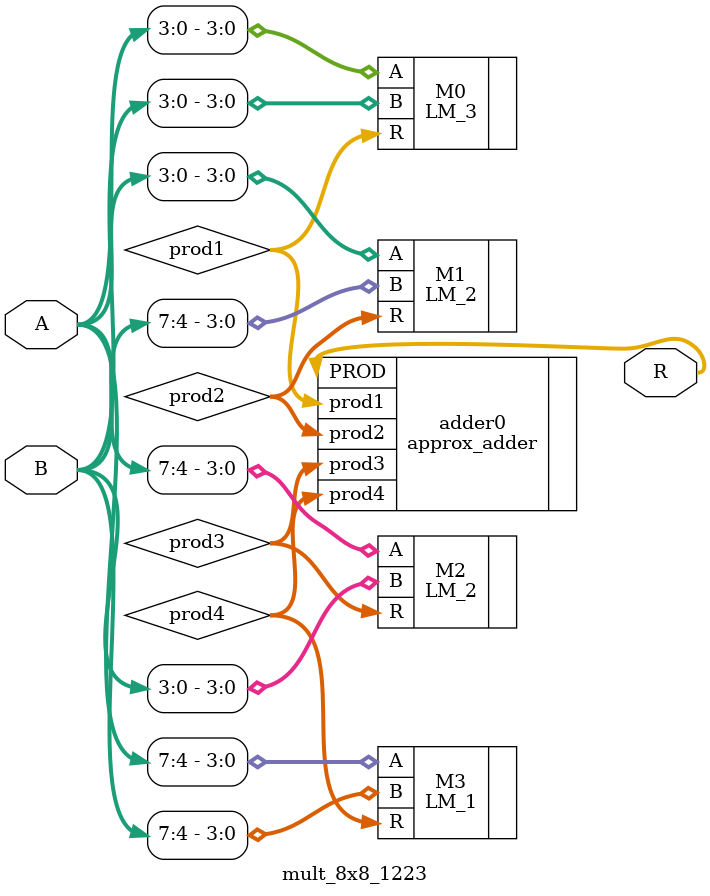
<source format=v>
module mult_8x8_1223(
input [7:0] A,
input [7:0] B,
output [15:0]R
);
wire [7:0]prod1;
wire [7:0]prod2;
wire [7:0]prod3;
wire [7:0]prod4;

LM_3 M0(.A(A[3:0]),.B(B[3:0]),.R(prod1));
LM_2 M1(.A(A[3:0]),.B(B[7:4]),.R(prod2));
LM_2 M2(.A(A[7:4]),.B(B[3:0]),.R(prod3));
LM_1 M3(.A(A[7:4]),.B(B[7:4]),.R(prod4));
approx_adder adder0(.prod1(prod1),.prod2(prod2),.prod3(prod3),.prod4(prod4),.PROD(R));
endmodule

</source>
